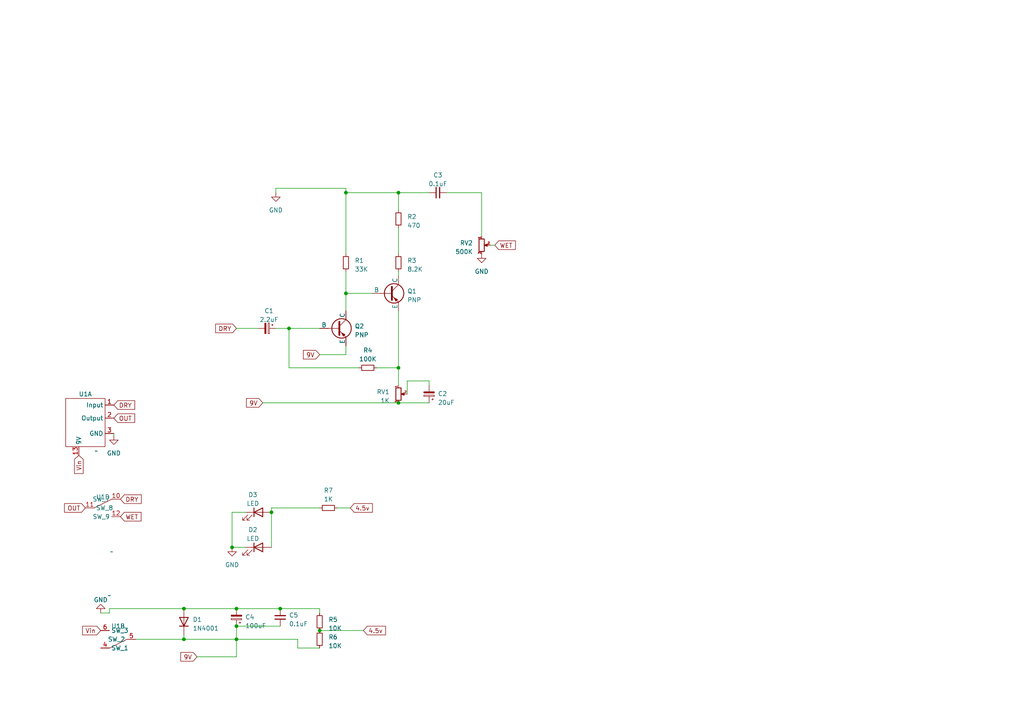
<source format=kicad_sch>
(kicad_sch (version 20230121) (generator eeschema)

  (uuid 0538512a-3723-4dbd-84ca-bace65fa6b0f)

  (paper "A4")

  (lib_symbols
    (symbol "CustomPedalParts:EmptyPedal" (in_bom yes) (on_board yes)
      (property "Reference" "U" (at -10.16 7.62 0)
        (effects (font (size 1.27 1.27)))
      )
      (property "Value" "" (at -2.54 -10.16 0)
        (effects (font (size 1.27 1.27)))
      )
      (property "Footprint" "" (at -2.54 -10.16 0)
        (effects (font (size 1.27 1.27)) hide)
      )
      (property "Datasheet" "" (at -2.54 -10.16 0)
        (effects (font (size 1.27 1.27)) hide)
      )
      (property "ki_locked" "" (at 0 0 0)
        (effects (font (size 1.27 1.27)))
      )
      (symbol "EmptyPedal_1_1"
        (rectangle (start -11.43 5.08) (end 0 -8.89)
          (stroke (width 0) (type default))
          (fill (type none))
        )
        (pin input line (at 2.54 3.175 180) (length 2.54)
          (name "Input" (effects (font (size 1.27 1.27))))
          (number "1" (effects (font (size 1.27 1.27))))
        )
        (pin passive line (at -7.62 -11.43 90) (length 2.54)
          (name "9V" (effects (font (size 1.27 1.27))))
          (number "13" (effects (font (size 1.27 1.27))))
        )
        (pin output line (at 2.54 -0.635 180) (length 2.54)
          (name "Output" (effects (font (size 1.27 1.27))))
          (number "2" (effects (font (size 1.27 1.27))))
        )
        (pin passive line (at 2.54 -5.08 180) (length 2.54)
          (name "GND" (effects (font (size 1.27 1.27))))
          (number "3" (effects (font (size 1.27 1.27))))
        )
      )
      (symbol "EmptyPedal_2_1"
        (polyline
          (pts
            (xy -7.62 2.54)
            (xy -2.54 5.08)
          )
          (stroke (width 0) (type default))
          (fill (type none))
        )
        (pin passive line (at 0 5.08 180) (length 2.54)
          (name "SW_1" (effects (font (size 1.27 1.27))))
          (number "4" (effects (font (size 1.27 1.27))))
        )
        (pin passive line (at -10.16 2.54 0) (length 2.54)
          (name "SW_2" (effects (font (size 1.27 1.27))))
          (number "5" (effects (font (size 1.27 1.27))))
        )
        (pin passive line (at 0 0 180) (length 2.54)
          (name "SW_3" (effects (font (size 1.27 1.27))))
          (number "6" (effects (font (size 1.27 1.27))))
        )
      )
      (symbol "EmptyPedal_3_1"
        (polyline
          (pts
            (xy -7.62 2.54)
            (xy -2.54 5.08)
          )
          (stroke (width 0) (type default))
          (fill (type none))
        )
        (pin passive line (at 0 5.08 180) (length 2.54)
          (name "SW_4" (effects (font (size 1.27 1.27))))
          (number "7" (effects (font (size 1.27 1.27))))
        )
        (pin passive line (at -10.16 2.54 0) (length 2.54)
          (name "SW_5" (effects (font (size 1.27 1.27))))
          (number "8" (effects (font (size 1.27 1.27))))
        )
        (pin passive line (at 0 0 180) (length 2.54)
          (name "SW_6" (effects (font (size 1.27 1.27))))
          (number "9" (effects (font (size 1.27 1.27))))
        )
      )
      (symbol "EmptyPedal_4_1"
        (polyline
          (pts
            (xy -7.62 2.54)
            (xy -2.54 5.08)
          )
          (stroke (width 0) (type default))
          (fill (type none))
        )
        (pin passive line (at 0 5.08 180) (length 2.54)
          (name "SW_7" (effects (font (size 1.27 1.27))))
          (number "10" (effects (font (size 1.27 1.27))))
        )
        (pin passive line (at -10.16 2.54 0) (length 2.54)
          (name "SW_8" (effects (font (size 1.27 1.27))))
          (number "11" (effects (font (size 1.27 1.27))))
        )
        (pin passive line (at 0 0 180) (length 2.54)
          (name "SW_9" (effects (font (size 1.27 1.27))))
          (number "12" (effects (font (size 1.27 1.27))))
        )
      )
    )
    (symbol "Device:C_Polarized_Small" (pin_numbers hide) (pin_names (offset 0.254) hide) (in_bom yes) (on_board yes)
      (property "Reference" "C" (at 0.254 1.778 0)
        (effects (font (size 1.27 1.27)) (justify left))
      )
      (property "Value" "C_Polarized_Small" (at 0.254 -2.032 0)
        (effects (font (size 1.27 1.27)) (justify left))
      )
      (property "Footprint" "" (at 0 0 0)
        (effects (font (size 1.27 1.27)) hide)
      )
      (property "Datasheet" "~" (at 0 0 0)
        (effects (font (size 1.27 1.27)) hide)
      )
      (property "ki_keywords" "cap capacitor" (at 0 0 0)
        (effects (font (size 1.27 1.27)) hide)
      )
      (property "ki_description" "Polarized capacitor, small symbol" (at 0 0 0)
        (effects (font (size 1.27 1.27)) hide)
      )
      (property "ki_fp_filters" "CP_*" (at 0 0 0)
        (effects (font (size 1.27 1.27)) hide)
      )
      (symbol "C_Polarized_Small_0_1"
        (rectangle (start -1.524 -0.3048) (end 1.524 -0.6858)
          (stroke (width 0) (type default))
          (fill (type outline))
        )
        (rectangle (start -1.524 0.6858) (end 1.524 0.3048)
          (stroke (width 0) (type default))
          (fill (type none))
        )
        (polyline
          (pts
            (xy -1.27 1.524)
            (xy -0.762 1.524)
          )
          (stroke (width 0) (type default))
          (fill (type none))
        )
        (polyline
          (pts
            (xy -1.016 1.27)
            (xy -1.016 1.778)
          )
          (stroke (width 0) (type default))
          (fill (type none))
        )
      )
      (symbol "C_Polarized_Small_1_1"
        (pin passive line (at 0 2.54 270) (length 1.8542)
          (name "~" (effects (font (size 1.27 1.27))))
          (number "1" (effects (font (size 1.27 1.27))))
        )
        (pin passive line (at 0 -2.54 90) (length 1.8542)
          (name "~" (effects (font (size 1.27 1.27))))
          (number "2" (effects (font (size 1.27 1.27))))
        )
      )
    )
    (symbol "Device:C_Small" (pin_numbers hide) (pin_names (offset 0.254) hide) (in_bom yes) (on_board yes)
      (property "Reference" "C" (at 0.254 1.778 0)
        (effects (font (size 1.27 1.27)) (justify left))
      )
      (property "Value" "C_Small" (at 0.254 -2.032 0)
        (effects (font (size 1.27 1.27)) (justify left))
      )
      (property "Footprint" "" (at 0 0 0)
        (effects (font (size 1.27 1.27)) hide)
      )
      (property "Datasheet" "~" (at 0 0 0)
        (effects (font (size 1.27 1.27)) hide)
      )
      (property "ki_keywords" "capacitor cap" (at 0 0 0)
        (effects (font (size 1.27 1.27)) hide)
      )
      (property "ki_description" "Unpolarized capacitor, small symbol" (at 0 0 0)
        (effects (font (size 1.27 1.27)) hide)
      )
      (property "ki_fp_filters" "C_*" (at 0 0 0)
        (effects (font (size 1.27 1.27)) hide)
      )
      (symbol "C_Small_0_1"
        (polyline
          (pts
            (xy -1.524 -0.508)
            (xy 1.524 -0.508)
          )
          (stroke (width 0.3302) (type default))
          (fill (type none))
        )
        (polyline
          (pts
            (xy -1.524 0.508)
            (xy 1.524 0.508)
          )
          (stroke (width 0.3048) (type default))
          (fill (type none))
        )
      )
      (symbol "C_Small_1_1"
        (pin passive line (at 0 2.54 270) (length 2.032)
          (name "~" (effects (font (size 1.27 1.27))))
          (number "1" (effects (font (size 1.27 1.27))))
        )
        (pin passive line (at 0 -2.54 90) (length 2.032)
          (name "~" (effects (font (size 1.27 1.27))))
          (number "2" (effects (font (size 1.27 1.27))))
        )
      )
    )
    (symbol "Device:LED" (pin_numbers hide) (pin_names (offset 1.016) hide) (in_bom yes) (on_board yes)
      (property "Reference" "D" (at 0 2.54 0)
        (effects (font (size 1.27 1.27)))
      )
      (property "Value" "LED" (at 0 -2.54 0)
        (effects (font (size 1.27 1.27)))
      )
      (property "Footprint" "" (at 0 0 0)
        (effects (font (size 1.27 1.27)) hide)
      )
      (property "Datasheet" "~" (at 0 0 0)
        (effects (font (size 1.27 1.27)) hide)
      )
      (property "ki_keywords" "LED diode" (at 0 0 0)
        (effects (font (size 1.27 1.27)) hide)
      )
      (property "ki_description" "Light emitting diode" (at 0 0 0)
        (effects (font (size 1.27 1.27)) hide)
      )
      (property "ki_fp_filters" "LED* LED_SMD:* LED_THT:*" (at 0 0 0)
        (effects (font (size 1.27 1.27)) hide)
      )
      (symbol "LED_0_1"
        (polyline
          (pts
            (xy -1.27 -1.27)
            (xy -1.27 1.27)
          )
          (stroke (width 0.254) (type default))
          (fill (type none))
        )
        (polyline
          (pts
            (xy -1.27 0)
            (xy 1.27 0)
          )
          (stroke (width 0) (type default))
          (fill (type none))
        )
        (polyline
          (pts
            (xy 1.27 -1.27)
            (xy 1.27 1.27)
            (xy -1.27 0)
            (xy 1.27 -1.27)
          )
          (stroke (width 0.254) (type default))
          (fill (type none))
        )
        (polyline
          (pts
            (xy -3.048 -0.762)
            (xy -4.572 -2.286)
            (xy -3.81 -2.286)
            (xy -4.572 -2.286)
            (xy -4.572 -1.524)
          )
          (stroke (width 0) (type default))
          (fill (type none))
        )
        (polyline
          (pts
            (xy -1.778 -0.762)
            (xy -3.302 -2.286)
            (xy -2.54 -2.286)
            (xy -3.302 -2.286)
            (xy -3.302 -1.524)
          )
          (stroke (width 0) (type default))
          (fill (type none))
        )
      )
      (symbol "LED_1_1"
        (pin passive line (at -3.81 0 0) (length 2.54)
          (name "K" (effects (font (size 1.27 1.27))))
          (number "1" (effects (font (size 1.27 1.27))))
        )
        (pin passive line (at 3.81 0 180) (length 2.54)
          (name "A" (effects (font (size 1.27 1.27))))
          (number "2" (effects (font (size 1.27 1.27))))
        )
      )
    )
    (symbol "Device:R_Potentiometer_Small" (pin_names (offset 1.016) hide) (in_bom yes) (on_board yes)
      (property "Reference" "RV" (at -4.445 0 90)
        (effects (font (size 1.27 1.27)))
      )
      (property "Value" "R_Potentiometer_Small" (at -2.54 0 90)
        (effects (font (size 1.27 1.27)))
      )
      (property "Footprint" "" (at 0 0 0)
        (effects (font (size 1.27 1.27)) hide)
      )
      (property "Datasheet" "~" (at 0 0 0)
        (effects (font (size 1.27 1.27)) hide)
      )
      (property "ki_keywords" "resistor variable" (at 0 0 0)
        (effects (font (size 1.27 1.27)) hide)
      )
      (property "ki_description" "Potentiometer" (at 0 0 0)
        (effects (font (size 1.27 1.27)) hide)
      )
      (property "ki_fp_filters" "Potentiometer*" (at 0 0 0)
        (effects (font (size 1.27 1.27)) hide)
      )
      (symbol "R_Potentiometer_Small_0_1"
        (polyline
          (pts
            (xy 0.889 0)
            (xy 0.635 0)
            (xy 1.651 0.381)
            (xy 1.651 -0.381)
            (xy 0.635 0)
            (xy 0.889 0)
          )
          (stroke (width 0) (type default))
          (fill (type outline))
        )
        (rectangle (start 0.762 1.8034) (end -0.762 -1.8034)
          (stroke (width 0.254) (type default))
          (fill (type none))
        )
      )
      (symbol "R_Potentiometer_Small_1_1"
        (pin passive line (at 0 2.54 270) (length 0.635)
          (name "1" (effects (font (size 0.635 0.635))))
          (number "1" (effects (font (size 0.635 0.635))))
        )
        (pin passive line (at 2.54 0 180) (length 0.9906)
          (name "2" (effects (font (size 0.635 0.635))))
          (number "2" (effects (font (size 0.635 0.635))))
        )
        (pin passive line (at 0 -2.54 90) (length 0.635)
          (name "3" (effects (font (size 0.635 0.635))))
          (number "3" (effects (font (size 0.635 0.635))))
        )
      )
    )
    (symbol "Device:R_Small" (pin_numbers hide) (pin_names (offset 0.254) hide) (in_bom yes) (on_board yes)
      (property "Reference" "R" (at 0.762 0.508 0)
        (effects (font (size 1.27 1.27)) (justify left))
      )
      (property "Value" "R_Small" (at 0.762 -1.016 0)
        (effects (font (size 1.27 1.27)) (justify left))
      )
      (property "Footprint" "" (at 0 0 0)
        (effects (font (size 1.27 1.27)) hide)
      )
      (property "Datasheet" "~" (at 0 0 0)
        (effects (font (size 1.27 1.27)) hide)
      )
      (property "ki_keywords" "R resistor" (at 0 0 0)
        (effects (font (size 1.27 1.27)) hide)
      )
      (property "ki_description" "Resistor, small symbol" (at 0 0 0)
        (effects (font (size 1.27 1.27)) hide)
      )
      (property "ki_fp_filters" "R_*" (at 0 0 0)
        (effects (font (size 1.27 1.27)) hide)
      )
      (symbol "R_Small_0_1"
        (rectangle (start -0.762 1.778) (end 0.762 -1.778)
          (stroke (width 0.2032) (type default))
          (fill (type none))
        )
      )
      (symbol "R_Small_1_1"
        (pin passive line (at 0 2.54 270) (length 0.762)
          (name "~" (effects (font (size 1.27 1.27))))
          (number "1" (effects (font (size 1.27 1.27))))
        )
        (pin passive line (at 0 -2.54 90) (length 0.762)
          (name "~" (effects (font (size 1.27 1.27))))
          (number "2" (effects (font (size 1.27 1.27))))
        )
      )
    )
    (symbol "Diode:1N4001" (pin_numbers hide) (pin_names hide) (in_bom yes) (on_board yes)
      (property "Reference" "D" (at 0 2.54 0)
        (effects (font (size 1.27 1.27)))
      )
      (property "Value" "1N4001" (at 0 -2.54 0)
        (effects (font (size 1.27 1.27)))
      )
      (property "Footprint" "Diode_THT:D_DO-41_SOD81_P10.16mm_Horizontal" (at 0 0 0)
        (effects (font (size 1.27 1.27)) hide)
      )
      (property "Datasheet" "http://www.vishay.com/docs/88503/1n4001.pdf" (at 0 0 0)
        (effects (font (size 1.27 1.27)) hide)
      )
      (property "Sim.Device" "D" (at 0 0 0)
        (effects (font (size 1.27 1.27)) hide)
      )
      (property "Sim.Pins" "1=K 2=A" (at 0 0 0)
        (effects (font (size 1.27 1.27)) hide)
      )
      (property "ki_keywords" "diode" (at 0 0 0)
        (effects (font (size 1.27 1.27)) hide)
      )
      (property "ki_description" "50V 1A General Purpose Rectifier Diode, DO-41" (at 0 0 0)
        (effects (font (size 1.27 1.27)) hide)
      )
      (property "ki_fp_filters" "D*DO?41*" (at 0 0 0)
        (effects (font (size 1.27 1.27)) hide)
      )
      (symbol "1N4001_0_1"
        (polyline
          (pts
            (xy -1.27 1.27)
            (xy -1.27 -1.27)
          )
          (stroke (width 0.254) (type default))
          (fill (type none))
        )
        (polyline
          (pts
            (xy 1.27 0)
            (xy -1.27 0)
          )
          (stroke (width 0) (type default))
          (fill (type none))
        )
        (polyline
          (pts
            (xy 1.27 1.27)
            (xy 1.27 -1.27)
            (xy -1.27 0)
            (xy 1.27 1.27)
          )
          (stroke (width 0.254) (type default))
          (fill (type none))
        )
      )
      (symbol "1N4001_1_1"
        (pin passive line (at -3.81 0 0) (length 2.54)
          (name "K" (effects (font (size 1.27 1.27))))
          (number "1" (effects (font (size 1.27 1.27))))
        )
        (pin passive line (at 3.81 0 180) (length 2.54)
          (name "A" (effects (font (size 1.27 1.27))))
          (number "2" (effects (font (size 1.27 1.27))))
        )
      )
    )
    (symbol "Simulation_SPICE:PNP" (pin_numbers hide) (pin_names (offset 0)) (in_bom yes) (on_board yes)
      (property "Reference" "Q" (at -2.54 7.62 0)
        (effects (font (size 1.27 1.27)))
      )
      (property "Value" "PNP" (at -2.54 5.08 0)
        (effects (font (size 1.27 1.27)))
      )
      (property "Footprint" "" (at 35.56 0 0)
        (effects (font (size 1.27 1.27)) hide)
      )
      (property "Datasheet" "~" (at 35.56 0 0)
        (effects (font (size 1.27 1.27)) hide)
      )
      (property "Sim.Device" "PNP" (at 0 0 0)
        (effects (font (size 1.27 1.27)) hide)
      )
      (property "Sim.Type" "GUMMELPOON" (at 0 0 0)
        (effects (font (size 1.27 1.27)) hide)
      )
      (property "Sim.Pins" "1=C 2=B 3=E" (at 0 0 0)
        (effects (font (size 1.27 1.27)) hide)
      )
      (property "ki_keywords" "simulation" (at 0 0 0)
        (effects (font (size 1.27 1.27)) hide)
      )
      (property "ki_description" "Bipolar transistor symbol for simulation only, substrate tied to the emitter" (at 0 0 0)
        (effects (font (size 1.27 1.27)) hide)
      )
      (symbol "PNP_0_1"
        (polyline
          (pts
            (xy -2.54 0)
            (xy 0.635 0)
          )
          (stroke (width 0.1524) (type default))
          (fill (type none))
        )
        (polyline
          (pts
            (xy 0.635 0.635)
            (xy 2.54 2.54)
          )
          (stroke (width 0) (type default))
          (fill (type none))
        )
        (polyline
          (pts
            (xy 0.635 -0.635)
            (xy 2.54 -2.54)
            (xy 2.54 -2.54)
          )
          (stroke (width 0) (type default))
          (fill (type none))
        )
        (polyline
          (pts
            (xy 0.635 1.905)
            (xy 0.635 -1.905)
            (xy 0.635 -1.905)
          )
          (stroke (width 0.508) (type default))
          (fill (type none))
        )
        (polyline
          (pts
            (xy 2.286 -1.778)
            (xy 1.778 -2.286)
            (xy 1.27 -1.27)
            (xy 2.286 -1.778)
            (xy 2.286 -1.778)
          )
          (stroke (width 0) (type default))
          (fill (type outline))
        )
        (circle (center 1.27 0) (radius 2.8194)
          (stroke (width 0.254) (type default))
          (fill (type none))
        )
      )
      (symbol "PNP_1_1"
        (pin open_collector line (at 2.54 5.08 270) (length 2.54)
          (name "C" (effects (font (size 1.27 1.27))))
          (number "1" (effects (font (size 1.27 1.27))))
        )
        (pin input line (at -5.08 0 0) (length 2.54)
          (name "B" (effects (font (size 1.27 1.27))))
          (number "2" (effects (font (size 1.27 1.27))))
        )
        (pin open_emitter line (at 2.54 -5.08 90) (length 2.54)
          (name "E" (effects (font (size 1.27 1.27))))
          (number "3" (effects (font (size 1.27 1.27))))
        )
      )
    )
    (symbol "power:GND" (power) (pin_names (offset 0)) (in_bom yes) (on_board yes)
      (property "Reference" "#PWR" (at 0 -6.35 0)
        (effects (font (size 1.27 1.27)) hide)
      )
      (property "Value" "GND" (at 0 -3.81 0)
        (effects (font (size 1.27 1.27)))
      )
      (property "Footprint" "" (at 0 0 0)
        (effects (font (size 1.27 1.27)) hide)
      )
      (property "Datasheet" "" (at 0 0 0)
        (effects (font (size 1.27 1.27)) hide)
      )
      (property "ki_keywords" "global power" (at 0 0 0)
        (effects (font (size 1.27 1.27)) hide)
      )
      (property "ki_description" "Power symbol creates a global label with name \"GND\" , ground" (at 0 0 0)
        (effects (font (size 1.27 1.27)) hide)
      )
      (symbol "GND_0_1"
        (polyline
          (pts
            (xy 0 0)
            (xy 0 -1.27)
            (xy 1.27 -1.27)
            (xy 0 -2.54)
            (xy -1.27 -1.27)
            (xy 0 -1.27)
          )
          (stroke (width 0) (type default))
          (fill (type none))
        )
      )
      (symbol "GND_1_1"
        (pin power_in line (at 0 0 270) (length 0) hide
          (name "GND" (effects (font (size 1.27 1.27))))
          (number "1" (effects (font (size 1.27 1.27))))
        )
      )
    )
  )

  (junction (at 100.33 85.09) (diameter 0) (color 0 0 0 0)
    (uuid 03f08049-968c-45e6-9216-c73fafee33fc)
  )
  (junction (at 53.34 185.42) (diameter 0) (color 0 0 0 0)
    (uuid 05af487e-2b0f-4f24-8026-6875082eb005)
  )
  (junction (at 100.33 55.88) (diameter 0) (color 0 0 0 0)
    (uuid 217dd41d-7f97-406a-9312-93fe563de50f)
  )
  (junction (at 83.82 95.25) (diameter 0) (color 0 0 0 0)
    (uuid 28b700da-b85b-4fdc-97a3-ee2ddb7084af)
  )
  (junction (at 68.58 185.42) (diameter 0) (color 0 0 0 0)
    (uuid 2a83bae7-c918-4013-839e-fdb30eb79c73)
  )
  (junction (at 53.34 176.53) (diameter 0) (color 0 0 0 0)
    (uuid 39a32ade-5420-47b6-b1f2-076371140caa)
  )
  (junction (at 68.58 181.61) (diameter 0) (color 0 0 0 0)
    (uuid 3c2d1083-e11a-4832-ab2b-8d9b3511eae1)
  )
  (junction (at 78.74 148.59) (diameter 0) (color 0 0 0 0)
    (uuid 4f68249a-c72e-494b-9c09-b2fba9521985)
  )
  (junction (at 92.71 182.88) (diameter 0) (color 0 0 0 0)
    (uuid 59633dba-f501-4eea-8deb-682f8ff56725)
  )
  (junction (at 81.28 176.53) (diameter 0) (color 0 0 0 0)
    (uuid 74429f18-fb44-493a-8ddb-bd53074a5da4)
  )
  (junction (at 68.58 176.53) (diameter 0) (color 0 0 0 0)
    (uuid 83116b6f-3eba-43e6-b7d1-0f31cfc86c2a)
  )
  (junction (at 115.57 106.68) (diameter 0) (color 0 0 0 0)
    (uuid 8c71c3e4-10f1-464b-94fd-6be5c2723b1f)
  )
  (junction (at 67.31 158.75) (diameter 0) (color 0 0 0 0)
    (uuid 911dc21b-b193-4c70-ad3e-9ae11ea19315)
  )
  (junction (at 115.57 116.84) (diameter 0) (color 0 0 0 0)
    (uuid b114a008-9866-40b3-8c83-fc1b4286d9de)
  )
  (junction (at 115.57 55.88) (diameter 0) (color 0 0 0 0)
    (uuid bdf07d5b-25ab-461f-99aa-f2fabe3ef30a)
  )

  (wire (pts (xy 115.57 106.68) (xy 109.22 106.68))
    (stroke (width 0) (type default))
    (uuid 00dfd765-bcaa-4d04-9b14-96242746d622)
  )
  (wire (pts (xy 92.71 182.88) (xy 105.41 182.88))
    (stroke (width 0) (type default))
    (uuid 0397608f-a47b-4833-9acf-156940459fd7)
  )
  (wire (pts (xy 115.57 111.76) (xy 115.57 106.68))
    (stroke (width 0) (type default))
    (uuid 0665c91e-3a21-470a-a894-5cf27cedf2ca)
  )
  (wire (pts (xy 78.74 147.32) (xy 78.74 148.59))
    (stroke (width 0) (type default))
    (uuid 0a5d3866-99a3-40d3-b890-0361b2d25dfa)
  )
  (wire (pts (xy 74.93 95.25) (xy 68.58 95.25))
    (stroke (width 0) (type default))
    (uuid 0fa0b0dd-bd36-4a8e-8c6d-16430fa3f0d7)
  )
  (wire (pts (xy 53.34 184.15) (xy 53.34 185.42))
    (stroke (width 0) (type default))
    (uuid 100de81b-862e-4a5f-bcef-db6dbb00ef8e)
  )
  (wire (pts (xy 86.36 185.42) (xy 86.36 187.96))
    (stroke (width 0) (type default))
    (uuid 11a056d7-54b9-446a-b744-22118a56c404)
  )
  (wire (pts (xy 68.58 181.61) (xy 68.58 185.42))
    (stroke (width 0) (type default))
    (uuid 1647b1b9-64ef-49a8-a284-e9e763eb0509)
  )
  (wire (pts (xy 67.31 158.75) (xy 71.12 158.75))
    (stroke (width 0) (type default))
    (uuid 1df2edc1-55c7-4ae9-9486-fc649c80f881)
  )
  (wire (pts (xy 68.58 181.61) (xy 81.28 181.61))
    (stroke (width 0) (type default))
    (uuid 1e716bfd-84fe-4c20-bda9-ab0521ab14d2)
  )
  (wire (pts (xy 115.57 55.88) (xy 100.33 55.88))
    (stroke (width 0) (type default))
    (uuid 2985aa35-d092-4705-9c70-3c7eaadbb1d1)
  )
  (wire (pts (xy 68.58 176.53) (xy 81.28 176.53))
    (stroke (width 0) (type default))
    (uuid 2b75afd0-0ade-444f-9c1e-0b0aa4285840)
  )
  (wire (pts (xy 31.75 176.53) (xy 31.75 177.8))
    (stroke (width 0) (type default))
    (uuid 338716b9-ccfc-49e6-928f-70076ad1c3e1)
  )
  (wire (pts (xy 115.57 66.04) (xy 115.57 73.66))
    (stroke (width 0) (type default))
    (uuid 3843a664-c5b2-4dac-980d-dffc951b55f3)
  )
  (wire (pts (xy 53.34 176.53) (xy 31.75 176.53))
    (stroke (width 0) (type default))
    (uuid 39254606-c9ba-40fe-85b3-2665bf01845d)
  )
  (wire (pts (xy 83.82 95.25) (xy 92.71 95.25))
    (stroke (width 0) (type default))
    (uuid 3de041de-97c7-49da-9c81-a6218e304753)
  )
  (wire (pts (xy 142.24 71.12) (xy 143.51 71.12))
    (stroke (width 0) (type default))
    (uuid 4216a791-690b-45f3-8c33-fae3726ef2fa)
  )
  (wire (pts (xy 118.11 110.49) (xy 124.46 110.49))
    (stroke (width 0) (type default))
    (uuid 4517c0f2-d122-4d64-b2b6-605176405fe5)
  )
  (wire (pts (xy 80.01 54.61) (xy 100.33 54.61))
    (stroke (width 0) (type default))
    (uuid 45639860-4495-45b4-be76-59b0889dbaed)
  )
  (wire (pts (xy 78.74 148.59) (xy 78.74 158.75))
    (stroke (width 0) (type default))
    (uuid 48a25bcf-3ffe-45c6-922d-8cd6135a8cd8)
  )
  (wire (pts (xy 71.12 148.59) (xy 67.31 148.59))
    (stroke (width 0) (type default))
    (uuid 4d7490aa-c4e1-40eb-a3fa-12bb112b75a2)
  )
  (wire (pts (xy 67.31 148.59) (xy 67.31 158.75))
    (stroke (width 0) (type default))
    (uuid 56b1dc3f-b14a-453c-9939-0528dbea531a)
  )
  (wire (pts (xy 92.71 102.87) (xy 100.33 102.87))
    (stroke (width 0) (type default))
    (uuid 585776e8-0f76-499b-ab99-2bda31a6a625)
  )
  (wire (pts (xy 124.46 110.49) (xy 124.46 111.76))
    (stroke (width 0) (type default))
    (uuid 5c8c7ad2-3c5e-418b-beba-9ea82999a057)
  )
  (wire (pts (xy 100.33 78.74) (xy 100.33 85.09))
    (stroke (width 0) (type default))
    (uuid 6ccaf76d-76c6-4a32-904a-19ec491596a7)
  )
  (wire (pts (xy 115.57 78.74) (xy 115.57 80.01))
    (stroke (width 0) (type default))
    (uuid 6f40a4ce-6599-4699-a12b-235c4d098c71)
  )
  (wire (pts (xy 83.82 106.68) (xy 83.82 95.25))
    (stroke (width 0) (type default))
    (uuid 72f284c1-cde7-4524-9163-120e8e053f6e)
  )
  (wire (pts (xy 100.33 102.87) (xy 100.33 100.33))
    (stroke (width 0) (type default))
    (uuid 758e3669-0113-46d4-a51e-bf5d90f1e3df)
  )
  (wire (pts (xy 129.54 55.88) (xy 139.7 55.88))
    (stroke (width 0) (type default))
    (uuid 75d6b935-727c-4a41-aa47-da51570becea)
  )
  (wire (pts (xy 86.36 187.96) (xy 92.71 187.96))
    (stroke (width 0) (type default))
    (uuid 772b0572-c5d4-4e4f-b39e-5e0d7a320f21)
  )
  (wire (pts (xy 53.34 176.53) (xy 68.58 176.53))
    (stroke (width 0) (type default))
    (uuid 7dfc17a6-ce57-4104-a8e5-43f270603613)
  )
  (wire (pts (xy 76.2 116.84) (xy 115.57 116.84))
    (stroke (width 0) (type default))
    (uuid 8bd0d335-1ba4-4140-87a7-51c155b47e47)
  )
  (wire (pts (xy 115.57 55.88) (xy 124.46 55.88))
    (stroke (width 0) (type default))
    (uuid 8d582314-7f3e-4fc4-92c0-c0ce369c5dca)
  )
  (wire (pts (xy 92.71 147.32) (xy 78.74 147.32))
    (stroke (width 0) (type default))
    (uuid 93a748fc-d259-4136-b050-9126139f4374)
  )
  (wire (pts (xy 100.33 55.88) (xy 100.33 73.66))
    (stroke (width 0) (type default))
    (uuid 97c71303-6389-4924-984d-3e639f0239c7)
  )
  (wire (pts (xy 115.57 116.84) (xy 124.46 116.84))
    (stroke (width 0) (type default))
    (uuid 9a1501d8-ae07-443a-a100-e4449cacae2f)
  )
  (wire (pts (xy 100.33 85.09) (xy 100.33 90.17))
    (stroke (width 0) (type default))
    (uuid 9ecbe68d-1f63-468f-a921-4ada7d68bb0d)
  )
  (wire (pts (xy 31.75 177.8) (xy 29.21 177.8))
    (stroke (width 0) (type default))
    (uuid a1baab83-05a6-4e12-b7f7-cbf91af550b8)
  )
  (wire (pts (xy 104.14 106.68) (xy 83.82 106.68))
    (stroke (width 0) (type default))
    (uuid a73638e0-077e-47ed-b0fe-461c0edf777b)
  )
  (wire (pts (xy 68.58 185.42) (xy 86.36 185.42))
    (stroke (width 0) (type default))
    (uuid ab45d176-b14b-4065-b8f7-2b82d6a8aa05)
  )
  (wire (pts (xy 107.95 85.09) (xy 100.33 85.09))
    (stroke (width 0) (type default))
    (uuid b99ed49d-9617-4b30-9e8c-026190eade1d)
  )
  (wire (pts (xy 115.57 60.96) (xy 115.57 55.88))
    (stroke (width 0) (type default))
    (uuid c12c1117-8012-4c92-a4b2-5850640fefbc)
  )
  (wire (pts (xy 33.02 125.73) (xy 33.02 126.365))
    (stroke (width 0) (type default))
    (uuid c301882c-3565-4e7b-aee1-8ecde945d270)
  )
  (wire (pts (xy 80.01 54.61) (xy 80.01 55.88))
    (stroke (width 0) (type default))
    (uuid c301c8d4-2a17-4c05-89a0-2b4f1e197a93)
  )
  (wire (pts (xy 92.71 177.8) (xy 92.71 176.53))
    (stroke (width 0) (type default))
    (uuid c8a53484-a898-4bce-9f27-dcce03d5ba6c)
  )
  (wire (pts (xy 115.57 90.17) (xy 115.57 106.68))
    (stroke (width 0) (type default))
    (uuid cb74b96c-ab9e-4178-9fab-386bc502f16b)
  )
  (wire (pts (xy 68.58 185.42) (xy 53.34 185.42))
    (stroke (width 0) (type default))
    (uuid d081762e-b284-4106-93ca-d6562af78c88)
  )
  (wire (pts (xy 57.15 190.5) (xy 68.58 190.5))
    (stroke (width 0) (type default))
    (uuid d3eb65be-30ec-44cb-8d4a-d581c5635622)
  )
  (wire (pts (xy 39.37 185.42) (xy 53.34 185.42))
    (stroke (width 0) (type default))
    (uuid d58d19c7-5c3d-4e35-a766-dc7f200547ee)
  )
  (wire (pts (xy 80.01 95.25) (xy 83.82 95.25))
    (stroke (width 0) (type default))
    (uuid dc43eca7-7132-4e53-bacd-ba96e9b7b912)
  )
  (wire (pts (xy 139.7 55.88) (xy 139.7 68.58))
    (stroke (width 0) (type default))
    (uuid dd665f86-b3f0-4d88-8ed3-635d00a91f4e)
  )
  (wire (pts (xy 118.11 114.3) (xy 118.11 110.49))
    (stroke (width 0) (type default))
    (uuid e5968553-462a-4868-b012-5fe880fba69e)
  )
  (wire (pts (xy 92.71 176.53) (xy 81.28 176.53))
    (stroke (width 0) (type default))
    (uuid ea63790e-3bbb-475a-a476-d4b3355158cc)
  )
  (wire (pts (xy 100.33 54.61) (xy 100.33 55.88))
    (stroke (width 0) (type default))
    (uuid f45c8946-83a8-48af-8ccf-ff11ac3d0d3b)
  )
  (wire (pts (xy 68.58 190.5) (xy 68.58 185.42))
    (stroke (width 0) (type default))
    (uuid f670a921-1de5-413e-8014-1416ae6d5a6b)
  )
  (wire (pts (xy 97.79 147.32) (xy 101.6 147.32))
    (stroke (width 0) (type default))
    (uuid f9d0dcc6-1639-409a-ae15-5570d1bafd99)
  )

  (global_label "9V" (shape input) (at 76.2 116.84 180) (fields_autoplaced)
    (effects (font (size 1.27 1.27)) (justify right))
    (uuid 0370d686-4865-482d-bffb-04f110e4761c)
    (property "Intersheetrefs" "${INTERSHEET_REFS}" (at 70.9961 116.84 0)
      (effects (font (size 1.27 1.27)) (justify right) hide)
    )
  )
  (global_label "DRY" (shape input) (at 33.02 117.475 0) (fields_autoplaced)
    (effects (font (size 1.27 1.27)) (justify left))
    (uuid 0ca2c64f-df88-49e2-99a6-b548c6fd02c6)
    (property "Intersheetrefs" "${INTERSHEET_REFS}" (at 39.5544 117.475 0)
      (effects (font (size 1.27 1.27)) (justify left) hide)
    )
  )
  (global_label "Vin" (shape input) (at 22.86 132.08 270) (fields_autoplaced)
    (effects (font (size 1.27 1.27)) (justify right))
    (uuid 0e0d43b9-fbbc-47a0-8d03-f647d591e373)
    (property "Intersheetrefs" "${INTERSHEET_REFS}" (at 22.86 137.8282 90)
      (effects (font (size 1.27 1.27)) (justify right) hide)
    )
  )
  (global_label "Vin" (shape input) (at 29.21 182.88 180) (fields_autoplaced)
    (effects (font (size 1.27 1.27)) (justify right))
    (uuid 120cb573-3235-422c-9420-11bf7641a7d0)
    (property "Intersheetrefs" "${INTERSHEET_REFS}" (at 23.4618 182.88 0)
      (effects (font (size 1.27 1.27)) (justify right) hide)
    )
  )
  (global_label "9V" (shape input) (at 57.15 190.5 180) (fields_autoplaced)
    (effects (font (size 1.27 1.27)) (justify right))
    (uuid 312f1c66-5164-42e5-a2db-e8fc0f37948f)
    (property "Intersheetrefs" "${INTERSHEET_REFS}" (at 51.9461 190.5 0)
      (effects (font (size 1.27 1.27)) (justify right) hide)
    )
  )
  (global_label "WET" (shape input) (at 34.925 149.86 0) (fields_autoplaced)
    (effects (font (size 1.27 1.27)) (justify left))
    (uuid 34c5deeb-9f6b-45bc-a0be-5696ac0be844)
    (property "Intersheetrefs" "${INTERSHEET_REFS}" (at 41.3988 149.86 0)
      (effects (font (size 1.27 1.27)) (justify left) hide)
    )
  )
  (global_label "OUT" (shape input) (at 24.765 147.32 180) (fields_autoplaced)
    (effects (font (size 1.27 1.27)) (justify right))
    (uuid 4b12fe5e-2644-4f2e-8ee2-e09ea6342844)
    (property "Intersheetrefs" "${INTERSHEET_REFS}" (at 18.2306 147.32 0)
      (effects (font (size 1.27 1.27)) (justify right) hide)
    )
  )
  (global_label "DRY" (shape input) (at 34.925 144.78 0) (fields_autoplaced)
    (effects (font (size 1.27 1.27)) (justify left))
    (uuid 4c2a0584-4f0f-46c3-8f2c-18837f02b415)
    (property "Intersheetrefs" "${INTERSHEET_REFS}" (at 41.4594 144.78 0)
      (effects (font (size 1.27 1.27)) (justify left) hide)
    )
  )
  (global_label "4.5v" (shape input) (at 105.41 182.88 0) (fields_autoplaced)
    (effects (font (size 1.27 1.27)) (justify left))
    (uuid 4e637aee-f2ae-435f-a86f-8b850216915c)
    (property "Intersheetrefs" "${INTERSHEET_REFS}" (at 112.3072 182.88 0)
      (effects (font (size 1.27 1.27)) (justify left) hide)
    )
  )
  (global_label "OUT" (shape input) (at 33.02 121.285 0) (fields_autoplaced)
    (effects (font (size 1.27 1.27)) (justify left))
    (uuid 56ae5b83-f396-493c-a1d7-d6c206f7af0a)
    (property "Intersheetrefs" "${INTERSHEET_REFS}" (at 39.5544 121.285 0)
      (effects (font (size 1.27 1.27)) (justify left) hide)
    )
  )
  (global_label "DRY" (shape input) (at 68.58 95.25 180) (fields_autoplaced)
    (effects (font (size 1.27 1.27)) (justify right))
    (uuid 6d9307dd-cbbd-468e-bc36-8d3f23a73a23)
    (property "Intersheetrefs" "${INTERSHEET_REFS}" (at 62.0456 95.25 0)
      (effects (font (size 1.27 1.27)) (justify right) hide)
    )
  )
  (global_label "4.5v" (shape input) (at 101.6 147.32 0) (fields_autoplaced)
    (effects (font (size 1.27 1.27)) (justify left))
    (uuid 7ec25ec2-70ab-4038-9056-a8de2be41aac)
    (property "Intersheetrefs" "${INTERSHEET_REFS}" (at 108.4972 147.32 0)
      (effects (font (size 1.27 1.27)) (justify left) hide)
    )
  )
  (global_label "WET" (shape input) (at 143.51 71.12 0) (fields_autoplaced)
    (effects (font (size 1.27 1.27)) (justify left))
    (uuid bb677f7e-3c2b-4bef-a08f-a11e6e0fd085)
    (property "Intersheetrefs" "${INTERSHEET_REFS}" (at 149.9838 71.12 0)
      (effects (font (size 1.27 1.27)) (justify left) hide)
    )
  )
  (global_label "9V" (shape input) (at 92.71 102.87 180) (fields_autoplaced)
    (effects (font (size 1.27 1.27)) (justify right))
    (uuid d9ec1600-ca7b-40d6-906e-9db01d3eb85a)
    (property "Intersheetrefs" "${INTERSHEET_REFS}" (at 87.5061 102.87 0)
      (effects (font (size 1.27 1.27)) (justify right) hide)
    )
  )

  (symbol (lib_id "CustomPedalParts:EmptyPedal") (at 30.48 120.65 0) (unit 1)
    (in_bom yes) (on_board yes) (dnp no) (fields_autoplaced)
    (uuid 03ac3d65-29a7-41a5-afee-8ee357390313)
    (property "Reference" "U1" (at 24.765 114.3 0)
      (effects (font (size 1.27 1.27)))
    )
    (property "Value" "~" (at 27.94 130.81 0)
      (effects (font (size 1.27 1.27)))
    )
    (property "Footprint" "CustomPedalParts:EmptyPedal" (at 27.94 130.81 0)
      (effects (font (size 1.27 1.27)) hide)
    )
    (property "Datasheet" "" (at 27.94 130.81 0)
      (effects (font (size 1.27 1.27)) hide)
    )
    (pin "1" (uuid 60f4add1-db3e-4d81-8ae1-af7a69fd4a72))
    (pin "13" (uuid 8df3794b-6ff0-433a-aa63-c054aff82c1f))
    (pin "2" (uuid 16d310c0-e41d-43ed-ad27-3accd20f108f))
    (pin "3" (uuid 0cc8617c-a65f-4ad9-be8a-4ed16b0be722))
    (pin "4" (uuid 8a305249-d16a-48cf-9464-b93d9c2a243d))
    (pin "5" (uuid a55aa2c9-fec7-447b-aa53-e8676c658f9c))
    (pin "6" (uuid 20fb1be4-932d-472a-9fe7-206eae62a7d9))
    (pin "7" (uuid a80c651c-7f0f-492d-97ee-d56d0e29fe6d))
    (pin "8" (uuid c77da2df-7570-4af4-9d07-53ae85bc0737))
    (pin "9" (uuid 9afe844f-700e-4587-85a9-dec205228ce6))
    (pin "10" (uuid d9fffce0-e3ff-4ffe-b67b-4f57c582c251))
    (pin "11" (uuid 1135817f-0d8b-4337-b686-c6634e5a3e93))
    (pin "12" (uuid f9753bfc-f54c-4438-9763-6bcace28c593))
    (instances
      (project "MoomFace"
        (path "/0538512a-3723-4dbd-84ca-bace65fa6b0f"
          (reference "U1") (unit 1)
        )
      )
    )
  )

  (symbol (lib_id "Device:C_Small") (at 81.28 179.07 180) (unit 1)
    (in_bom yes) (on_board yes) (dnp no) (fields_autoplaced)
    (uuid 1dd206d8-33fe-4f24-9344-05bcb066e852)
    (property "Reference" "C5" (at 83.82 178.4286 0)
      (effects (font (size 1.27 1.27)) (justify right))
    )
    (property "Value" "0.1uF" (at 83.82 180.9686 0)
      (effects (font (size 1.27 1.27)) (justify right))
    )
    (property "Footprint" "Capacitor_THT:C_Disc_D4.7mm_W2.5mm_P5.00mm" (at 81.28 179.07 0)
      (effects (font (size 1.27 1.27)) hide)
    )
    (property "Datasheet" "~" (at 81.28 179.07 0)
      (effects (font (size 1.27 1.27)) hide)
    )
    (pin "1" (uuid 773db0de-df17-40e8-84a4-72c69a97f790))
    (pin "2" (uuid 975fdada-30f4-40ee-b986-ef80e6d6b6d9))
    (instances
      (project "MoomFace"
        (path "/0538512a-3723-4dbd-84ca-bace65fa6b0f"
          (reference "C5") (unit 1)
        )
      )
    )
  )

  (symbol (lib_id "Device:R_Small") (at 100.33 76.2 0) (unit 1)
    (in_bom yes) (on_board yes) (dnp no) (fields_autoplaced)
    (uuid 1ef8df79-19ce-4b63-bde3-e9cb6de0601a)
    (property "Reference" "R1" (at 102.87 75.565 0)
      (effects (font (size 1.27 1.27)) (justify left))
    )
    (property "Value" "33K" (at 102.87 78.105 0)
      (effects (font (size 1.27 1.27)) (justify left))
    )
    (property "Footprint" "Resistor_THT:R_Axial_DIN0207_L6.3mm_D2.5mm_P7.62mm_Horizontal" (at 100.33 76.2 0)
      (effects (font (size 1.27 1.27)) hide)
    )
    (property "Datasheet" "~" (at 100.33 76.2 0)
      (effects (font (size 1.27 1.27)) hide)
    )
    (pin "1" (uuid 093ea47e-c394-4ebe-8b15-3726ca0aa99a))
    (pin "2" (uuid 184138c8-4006-4671-bb9c-5aeaa467f9f4))
    (instances
      (project "MoomFace"
        (path "/0538512a-3723-4dbd-84ca-bace65fa6b0f"
          (reference "R1") (unit 1)
        )
      )
    )
  )

  (symbol (lib_id "Device:LED") (at 74.93 158.75 0) (unit 1)
    (in_bom yes) (on_board yes) (dnp no) (fields_autoplaced)
    (uuid 2168495f-7a90-4079-9ef1-884f6d283a10)
    (property "Reference" "D2" (at 73.3425 153.67 0)
      (effects (font (size 1.27 1.27)))
    )
    (property "Value" "LED" (at 73.3425 156.21 0)
      (effects (font (size 1.27 1.27)))
    )
    (property "Footprint" "Connector_PinHeader_2.54mm:PinHeader_1x02_P2.54mm_Vertical" (at 74.93 158.75 0)
      (effects (font (size 1.27 1.27)) hide)
    )
    (property "Datasheet" "~" (at 74.93 158.75 0)
      (effects (font (size 1.27 1.27)) hide)
    )
    (pin "1" (uuid df8e6cbe-2472-43bb-98ef-4960b142b6bb))
    (pin "2" (uuid 32139eab-6e88-42ca-8432-1c55585c7a51))
    (instances
      (project "MoomFace"
        (path "/0538512a-3723-4dbd-84ca-bace65fa6b0f"
          (reference "D2") (unit 1)
        )
      )
    )
  )

  (symbol (lib_id "Device:R_Small") (at 95.25 147.32 90) (unit 1)
    (in_bom yes) (on_board yes) (dnp no) (fields_autoplaced)
    (uuid 3703470d-6236-4462-988b-082b36ad3a12)
    (property "Reference" "R7" (at 95.25 142.24 90)
      (effects (font (size 1.27 1.27)))
    )
    (property "Value" "1K" (at 95.25 144.78 90)
      (effects (font (size 1.27 1.27)))
    )
    (property "Footprint" "Resistor_THT:R_Axial_DIN0207_L6.3mm_D2.5mm_P7.62mm_Horizontal" (at 95.25 147.32 0)
      (effects (font (size 1.27 1.27)) hide)
    )
    (property "Datasheet" "~" (at 95.25 147.32 0)
      (effects (font (size 1.27 1.27)) hide)
    )
    (pin "1" (uuid 94799c56-aebf-451f-9067-f5445149b22b))
    (pin "2" (uuid 0a8db7ef-edc8-4bd4-ab4d-e2506c8577fa))
    (instances
      (project "MoomFace"
        (path "/0538512a-3723-4dbd-84ca-bace65fa6b0f"
          (reference "R7") (unit 1)
        )
      )
    )
  )

  (symbol (lib_id "Simulation_SPICE:PNP") (at 113.03 85.09 0) (unit 1)
    (in_bom yes) (on_board yes) (dnp no) (fields_autoplaced)
    (uuid 4969b35d-09f1-484b-9a55-2ac4f2c7916a)
    (property "Reference" "Q1" (at 118.11 84.455 0)
      (effects (font (size 1.27 1.27)) (justify left))
    )
    (property "Value" "PNP" (at 118.11 86.995 0)
      (effects (font (size 1.27 1.27)) (justify left))
    )
    (property "Footprint" "Package_TO_SOT_THT:TO-39-3" (at 148.59 85.09 0)
      (effects (font (size 1.27 1.27)) hide)
    )
    (property "Datasheet" "~" (at 148.59 85.09 0)
      (effects (font (size 1.27 1.27)) hide)
    )
    (property "Sim.Device" "PNP" (at 113.03 85.09 0)
      (effects (font (size 1.27 1.27)) hide)
    )
    (property "Sim.Type" "GUMMELPOON" (at 113.03 85.09 0)
      (effects (font (size 1.27 1.27)) hide)
    )
    (property "Sim.Pins" "1=C 2=B 3=E" (at 113.03 85.09 0)
      (effects (font (size 1.27 1.27)) hide)
    )
    (pin "1" (uuid e5b6fbab-f4d9-4f90-9503-c588d342d8d2))
    (pin "2" (uuid eb2c920e-91dd-49ca-97c9-b8b26502f7f3))
    (pin "3" (uuid c708f18d-bbd5-4339-91fb-a45400ccc76e))
    (instances
      (project "MoomFace"
        (path "/0538512a-3723-4dbd-84ca-bace65fa6b0f"
          (reference "Q1") (unit 1)
        )
      )
    )
  )

  (symbol (lib_id "CustomPedalParts:EmptyPedal") (at 34.925 149.86 0) (unit 4)
    (in_bom yes) (on_board yes) (dnp no) (fields_autoplaced)
    (uuid 621a3d44-f180-4045-8173-8d8d31ff70fc)
    (property "Reference" "U1" (at 29.845 144.145 0)
      (effects (font (size 1.27 1.27)))
    )
    (property "Value" "~" (at 32.385 160.02 0)
      (effects (font (size 1.27 1.27)))
    )
    (property "Footprint" "CustomPedalParts:EmptyPedal" (at 32.385 160.02 0)
      (effects (font (size 1.27 1.27)) hide)
    )
    (property "Datasheet" "" (at 32.385 160.02 0)
      (effects (font (size 1.27 1.27)) hide)
    )
    (pin "1" (uuid 37517fbe-c341-4eff-8d60-04bc74d95a9e))
    (pin "13" (uuid 4223911a-ab55-40d5-9210-485965c75279))
    (pin "2" (uuid d5a16db9-5adf-4fe4-85cb-1e9af174f037))
    (pin "3" (uuid 6db26b50-18a7-4367-906c-5edfecdfcc36))
    (pin "4" (uuid e03fa0c5-b4a2-4843-b97e-0e06db9a8e3f))
    (pin "5" (uuid c29686b7-d1f4-4a52-ba73-55a38d7312da))
    (pin "6" (uuid 8bd9f824-76b1-4f6b-a883-ac6e84a26a9c))
    (pin "7" (uuid 7707a57d-4e42-4e74-9047-cf53ea70d309))
    (pin "8" (uuid ec961c1f-098d-4de7-abca-6ec89aeb06a1))
    (pin "9" (uuid fae39fb3-1070-4fc8-8b32-bd82b977b15c))
    (pin "10" (uuid b69d76d5-f11b-4c57-a8e7-5f84d466bba7))
    (pin "11" (uuid 2425c40d-cdc5-48ee-8931-b21b078065c6))
    (pin "12" (uuid 92ba9f0c-d0b4-4f4b-8e27-6a1df59f4f5a))
    (instances
      (project "MoomFace"
        (path "/0538512a-3723-4dbd-84ca-bace65fa6b0f"
          (reference "U1") (unit 4)
        )
      )
    )
  )

  (symbol (lib_id "power:GND") (at 80.01 55.88 0) (unit 1)
    (in_bom yes) (on_board yes) (dnp no) (fields_autoplaced)
    (uuid 709206dc-88a9-4079-af4d-cb429d5f089f)
    (property "Reference" "#PWR02" (at 80.01 62.23 0)
      (effects (font (size 1.27 1.27)) hide)
    )
    (property "Value" "GND" (at 80.01 60.96 0)
      (effects (font (size 1.27 1.27)))
    )
    (property "Footprint" "" (at 80.01 55.88 0)
      (effects (font (size 1.27 1.27)) hide)
    )
    (property "Datasheet" "" (at 80.01 55.88 0)
      (effects (font (size 1.27 1.27)) hide)
    )
    (pin "1" (uuid a638e9c7-4394-417c-8a85-b021ecfd6118))
    (instances
      (project "MoomFace"
        (path "/0538512a-3723-4dbd-84ca-bace65fa6b0f"
          (reference "#PWR02") (unit 1)
        )
      )
    )
  )

  (symbol (lib_id "power:GND") (at 33.02 126.365 0) (unit 1)
    (in_bom yes) (on_board yes) (dnp no) (fields_autoplaced)
    (uuid 7b2045d7-c806-4185-8416-b5f0085af140)
    (property "Reference" "#PWR01" (at 33.02 132.715 0)
      (effects (font (size 1.27 1.27)) hide)
    )
    (property "Value" "GND" (at 33.02 131.445 0)
      (effects (font (size 1.27 1.27)))
    )
    (property "Footprint" "" (at 33.02 126.365 0)
      (effects (font (size 1.27 1.27)) hide)
    )
    (property "Datasheet" "" (at 33.02 126.365 0)
      (effects (font (size 1.27 1.27)) hide)
    )
    (pin "1" (uuid 4207b908-7cad-4510-a969-6ab287b58590))
    (instances
      (project "MoomFace"
        (path "/0538512a-3723-4dbd-84ca-bace65fa6b0f"
          (reference "#PWR01") (unit 1)
        )
      )
    )
  )

  (symbol (lib_id "CustomPedalParts:EmptyPedal") (at 29.21 182.88 180) (unit 2)
    (in_bom yes) (on_board yes) (dnp no) (fields_autoplaced)
    (uuid 7c9a99ce-003c-4e2e-b9e9-ac2957108f27)
    (property "Reference" "U1" (at 34.29 181.61 0)
      (effects (font (size 1.27 1.27)))
    )
    (property "Value" "~" (at 31.75 172.72 0)
      (effects (font (size 1.27 1.27)))
    )
    (property "Footprint" "CustomPedalParts:EmptyPedal" (at 31.75 172.72 0)
      (effects (font (size 1.27 1.27)) hide)
    )
    (property "Datasheet" "" (at 31.75 172.72 0)
      (effects (font (size 1.27 1.27)) hide)
    )
    (pin "1" (uuid 68a0ae94-4d3a-4679-9f9e-4a7f5e260742))
    (pin "13" (uuid e779f503-bc43-4d79-bb4b-08266aeb64e4))
    (pin "2" (uuid 479c4efa-9ba4-4563-bc2f-c934b6f28b62))
    (pin "3" (uuid 4e022c4a-328f-4d75-a20b-80843dc9df0d))
    (pin "4" (uuid 828225c9-e657-41a5-9ff7-a4746293aaeb))
    (pin "5" (uuid f949d95e-2222-44f5-acf6-a4b50168171f))
    (pin "6" (uuid b25f1bec-fce2-4b97-9bb4-9806195182c2))
    (pin "7" (uuid 24aaf9b1-1995-4b0e-b356-e73e76079e91))
    (pin "8" (uuid 793a741c-14a5-413e-942c-fabd1dbac0b2))
    (pin "9" (uuid eeb7511d-a73c-41bc-af7f-8eceadb293f3))
    (pin "10" (uuid a7b15054-bc22-4435-90c0-ca5c2a54df2d))
    (pin "11" (uuid e7479fba-5f26-47c2-a5ee-0fa3278c3e1c))
    (pin "12" (uuid 2768cb80-5e6c-49b7-be1f-681f1b230d01))
    (instances
      (project "MoomFace"
        (path "/0538512a-3723-4dbd-84ca-bace65fa6b0f"
          (reference "U1") (unit 2)
        )
      )
    )
  )

  (symbol (lib_id "Device:C_Polarized_Small") (at 68.58 179.07 180) (unit 1)
    (in_bom yes) (on_board yes) (dnp no) (fields_autoplaced)
    (uuid 863e3cec-32a3-4a19-8d59-2a3c8b0f4fe8)
    (property "Reference" "C4" (at 71.12 178.9811 0)
      (effects (font (size 1.27 1.27)) (justify right))
    )
    (property "Value" "100uF" (at 71.12 181.5211 0)
      (effects (font (size 1.27 1.27)) (justify right))
    )
    (property "Footprint" "Capacitor_THT:CP_Radial_Tantal_D6.0mm_P2.50mm" (at 68.58 179.07 0)
      (effects (font (size 1.27 1.27)) hide)
    )
    (property "Datasheet" "~" (at 68.58 179.07 0)
      (effects (font (size 1.27 1.27)) hide)
    )
    (pin "1" (uuid ab5bcebc-3c44-4db8-ab84-629447227f85))
    (pin "2" (uuid cd820801-8af3-4166-9635-f9bbd1f7f238))
    (instances
      (project "MoomFace"
        (path "/0538512a-3723-4dbd-84ca-bace65fa6b0f"
          (reference "C4") (unit 1)
        )
      )
    )
  )

  (symbol (lib_id "Simulation_SPICE:PNP") (at 97.79 95.25 0) (unit 1)
    (in_bom yes) (on_board yes) (dnp no) (fields_autoplaced)
    (uuid 8d394e25-9781-40ba-a3bc-71d6ea147551)
    (property "Reference" "Q2" (at 102.87 94.615 0)
      (effects (font (size 1.27 1.27)) (justify left))
    )
    (property "Value" "PNP" (at 102.87 97.155 0)
      (effects (font (size 1.27 1.27)) (justify left))
    )
    (property "Footprint" "Package_TO_SOT_THT:TO-39-3" (at 133.35 95.25 0)
      (effects (font (size 1.27 1.27)) hide)
    )
    (property "Datasheet" "~" (at 133.35 95.25 0)
      (effects (font (size 1.27 1.27)) hide)
    )
    (property "Sim.Device" "PNP" (at 97.79 95.25 0)
      (effects (font (size 1.27 1.27)) hide)
    )
    (property "Sim.Type" "GUMMELPOON" (at 97.79 95.25 0)
      (effects (font (size 1.27 1.27)) hide)
    )
    (property "Sim.Pins" "1=C 2=B 3=E" (at 97.79 95.25 0)
      (effects (font (size 1.27 1.27)) hide)
    )
    (pin "1" (uuid d10f0683-bd8c-4ff5-b04d-d4863d1ff276))
    (pin "2" (uuid bd66f66e-4870-4b4d-93f3-068606d0ef51))
    (pin "3" (uuid 9906c414-ae1d-41fe-a332-861f1fb1bda0))
    (instances
      (project "MoomFace"
        (path "/0538512a-3723-4dbd-84ca-bace65fa6b0f"
          (reference "Q2") (unit 1)
        )
      )
    )
  )

  (symbol (lib_id "Device:R_Potentiometer_Small") (at 139.7 71.12 0) (unit 1)
    (in_bom yes) (on_board yes) (dnp no) (fields_autoplaced)
    (uuid 91510af9-e4d7-4b44-b56a-b73b84e1fdce)
    (property "Reference" "RV2" (at 137.16 70.485 0)
      (effects (font (size 1.27 1.27)) (justify right))
    )
    (property "Value" "500K" (at 137.16 73.025 0)
      (effects (font (size 1.27 1.27)) (justify right))
    )
    (property "Footprint" "Potentiometer_THT:Potentiometer_Alps_RK09L_Single_Vertical" (at 139.7 71.12 0)
      (effects (font (size 1.27 1.27)) hide)
    )
    (property "Datasheet" "~" (at 139.7 71.12 0)
      (effects (font (size 1.27 1.27)) hide)
    )
    (pin "1" (uuid e16048c6-e99d-469b-8a33-79a0044de0ae))
    (pin "2" (uuid 282af768-9382-48c2-acd2-8d8001b9b9ec))
    (pin "3" (uuid 59dfaae1-4803-486d-9d57-5d26043368d1))
    (instances
      (project "MoomFace"
        (path "/0538512a-3723-4dbd-84ca-bace65fa6b0f"
          (reference "RV2") (unit 1)
        )
      )
    )
  )

  (symbol (lib_id "power:GND") (at 67.31 158.75 0) (unit 1)
    (in_bom yes) (on_board yes) (dnp no) (fields_autoplaced)
    (uuid 94e70de0-69e1-4994-b630-aaadd7174444)
    (property "Reference" "#PWR04" (at 67.31 165.1 0)
      (effects (font (size 1.27 1.27)) hide)
    )
    (property "Value" "GND" (at 67.31 163.83 0)
      (effects (font (size 1.27 1.27)))
    )
    (property "Footprint" "" (at 67.31 158.75 0)
      (effects (font (size 1.27 1.27)) hide)
    )
    (property "Datasheet" "" (at 67.31 158.75 0)
      (effects (font (size 1.27 1.27)) hide)
    )
    (pin "1" (uuid 962f0ac9-174b-4ca8-a5c5-687b2057685d))
    (instances
      (project "MoomFace"
        (path "/0538512a-3723-4dbd-84ca-bace65fa6b0f"
          (reference "#PWR04") (unit 1)
        )
      )
    )
  )

  (symbol (lib_id "Device:C_Polarized_Small") (at 124.46 114.3 180) (unit 1)
    (in_bom yes) (on_board yes) (dnp no) (fields_autoplaced)
    (uuid 985c58b4-8827-4bbf-a4fc-f6e678147cf4)
    (property "Reference" "C2" (at 127 114.2111 0)
      (effects (font (size 1.27 1.27)) (justify right))
    )
    (property "Value" "20uF" (at 127 116.7511 0)
      (effects (font (size 1.27 1.27)) (justify right))
    )
    (property "Footprint" "Capacitor_THT:CP_Radial_Tantal_D6.0mm_P2.50mm" (at 124.46 114.3 0)
      (effects (font (size 1.27 1.27)) hide)
    )
    (property "Datasheet" "~" (at 124.46 114.3 0)
      (effects (font (size 1.27 1.27)) hide)
    )
    (pin "1" (uuid 92fd13ac-8cff-44f5-a151-85b9deeb8353))
    (pin "2" (uuid 619f4c89-a404-4c54-9019-5b0b2da46009))
    (instances
      (project "MoomFace"
        (path "/0538512a-3723-4dbd-84ca-bace65fa6b0f"
          (reference "C2") (unit 1)
        )
      )
    )
  )

  (symbol (lib_id "Diode:1N4001") (at 53.34 180.34 90) (unit 1)
    (in_bom yes) (on_board yes) (dnp no) (fields_autoplaced)
    (uuid 9d770a98-703f-4a05-9b70-d3a4e0bae0b6)
    (property "Reference" "D1" (at 55.88 179.705 90)
      (effects (font (size 1.27 1.27)) (justify right))
    )
    (property "Value" "1N4001" (at 55.88 182.245 90)
      (effects (font (size 1.27 1.27)) (justify right))
    )
    (property "Footprint" "Diode_THT:D_DO-41_SOD81_P10.16mm_Horizontal" (at 53.34 180.34 0)
      (effects (font (size 1.27 1.27)) hide)
    )
    (property "Datasheet" "http://www.vishay.com/docs/88503/1n4001.pdf" (at 53.34 180.34 0)
      (effects (font (size 1.27 1.27)) hide)
    )
    (property "Sim.Device" "D" (at 53.34 180.34 0)
      (effects (font (size 1.27 1.27)) hide)
    )
    (property "Sim.Pins" "1=K 2=A" (at 53.34 180.34 0)
      (effects (font (size 1.27 1.27)) hide)
    )
    (pin "1" (uuid 9ceea40d-852c-49c9-86ca-e0a7c85eeff2))
    (pin "2" (uuid ba5670e5-6ab6-4e91-961c-bfa7cca068e8))
    (instances
      (project "MoomFace"
        (path "/0538512a-3723-4dbd-84ca-bace65fa6b0f"
          (reference "D1") (unit 1)
        )
      )
    )
  )

  (symbol (lib_id "Device:R_Small") (at 115.57 63.5 0) (unit 1)
    (in_bom yes) (on_board yes) (dnp no) (fields_autoplaced)
    (uuid ae5a7173-b8fa-4d5d-8e3d-3730ec039c9e)
    (property "Reference" "R2" (at 118.11 62.865 0)
      (effects (font (size 1.27 1.27)) (justify left))
    )
    (property "Value" "470" (at 118.11 65.405 0)
      (effects (font (size 1.27 1.27)) (justify left))
    )
    (property "Footprint" "Resistor_THT:R_Axial_DIN0207_L6.3mm_D2.5mm_P7.62mm_Horizontal" (at 115.57 63.5 0)
      (effects (font (size 1.27 1.27)) hide)
    )
    (property "Datasheet" "~" (at 115.57 63.5 0)
      (effects (font (size 1.27 1.27)) hide)
    )
    (pin "1" (uuid 38bb7771-8790-4a6f-b8a9-5ec972d66bb2))
    (pin "2" (uuid 9d43229f-5c0a-4972-9e18-d018b1cfb573))
    (instances
      (project "MoomFace"
        (path "/0538512a-3723-4dbd-84ca-bace65fa6b0f"
          (reference "R2") (unit 1)
        )
      )
    )
  )

  (symbol (lib_id "Device:C_Small") (at 127 55.88 90) (unit 1)
    (in_bom yes) (on_board yes) (dnp no) (fields_autoplaced)
    (uuid b4cda9b8-8d24-4c02-acb3-ca510538f405)
    (property "Reference" "C3" (at 127.0063 50.8 90)
      (effects (font (size 1.27 1.27)))
    )
    (property "Value" "0.1uF" (at 127.0063 53.34 90)
      (effects (font (size 1.27 1.27)))
    )
    (property "Footprint" "Capacitor_THT:C_Disc_D4.7mm_W2.5mm_P5.00mm" (at 127 55.88 0)
      (effects (font (size 1.27 1.27)) hide)
    )
    (property "Datasheet" "~" (at 127 55.88 0)
      (effects (font (size 1.27 1.27)) hide)
    )
    (pin "1" (uuid 15a02356-9f1a-4b3e-bf6b-66435f3e3025))
    (pin "2" (uuid ce7898b5-4682-4b9e-87cd-50b7c16db014))
    (instances
      (project "MoomFace"
        (path "/0538512a-3723-4dbd-84ca-bace65fa6b0f"
          (reference "C3") (unit 1)
        )
      )
    )
  )

  (symbol (lib_id "Device:R_Small") (at 106.68 106.68 90) (unit 1)
    (in_bom yes) (on_board yes) (dnp no) (fields_autoplaced)
    (uuid ba7dfa9c-67d4-4139-8d35-7466e3bbbbc4)
    (property "Reference" "R4" (at 106.68 101.6 90)
      (effects (font (size 1.27 1.27)))
    )
    (property "Value" "100K" (at 106.68 104.14 90)
      (effects (font (size 1.27 1.27)))
    )
    (property "Footprint" "Resistor_THT:R_Axial_DIN0207_L6.3mm_D2.5mm_P7.62mm_Horizontal" (at 106.68 106.68 0)
      (effects (font (size 1.27 1.27)) hide)
    )
    (property "Datasheet" "~" (at 106.68 106.68 0)
      (effects (font (size 1.27 1.27)) hide)
    )
    (pin "1" (uuid 26c2a929-cd6a-4e14-8366-d0f0766e588c))
    (pin "2" (uuid 5f4852b2-48b2-4df5-ab03-31326a2047b3))
    (instances
      (project "MoomFace"
        (path "/0538512a-3723-4dbd-84ca-bace65fa6b0f"
          (reference "R4") (unit 1)
        )
      )
    )
  )

  (symbol (lib_id "power:GND") (at 139.7 73.66 0) (unit 1)
    (in_bom yes) (on_board yes) (dnp no) (fields_autoplaced)
    (uuid bc9a7875-945f-479c-8988-b66c97c91f5f)
    (property "Reference" "#PWR03" (at 139.7 80.01 0)
      (effects (font (size 1.27 1.27)) hide)
    )
    (property "Value" "GND" (at 139.7 78.74 0)
      (effects (font (size 1.27 1.27)))
    )
    (property "Footprint" "" (at 139.7 73.66 0)
      (effects (font (size 1.27 1.27)) hide)
    )
    (property "Datasheet" "" (at 139.7 73.66 0)
      (effects (font (size 1.27 1.27)) hide)
    )
    (pin "1" (uuid 6044f56c-a7ae-45d3-9560-d34e8c059465))
    (instances
      (project "MoomFace"
        (path "/0538512a-3723-4dbd-84ca-bace65fa6b0f"
          (reference "#PWR03") (unit 1)
        )
      )
    )
  )

  (symbol (lib_id "power:GND") (at 29.21 177.8 180) (unit 1)
    (in_bom yes) (on_board yes) (dnp no) (fields_autoplaced)
    (uuid c4e5f2c0-70a5-4426-9c04-310861d9a418)
    (property "Reference" "#PWR013" (at 29.21 171.45 0)
      (effects (font (size 1.27 1.27)) hide)
    )
    (property "Value" "GND" (at 29.21 173.99 0)
      (effects (font (size 1.27 1.27)))
    )
    (property "Footprint" "" (at 29.21 177.8 0)
      (effects (font (size 1.27 1.27)) hide)
    )
    (property "Datasheet" "" (at 29.21 177.8 0)
      (effects (font (size 1.27 1.27)) hide)
    )
    (pin "1" (uuid daf6ca9c-07e5-49ff-b380-6930cc6be36b))
    (instances
      (project "MoomFace"
        (path "/0538512a-3723-4dbd-84ca-bace65fa6b0f"
          (reference "#PWR013") (unit 1)
        )
      )
    )
  )

  (symbol (lib_id "Device:R_Potentiometer_Small") (at 115.57 114.3 0) (unit 1)
    (in_bom yes) (on_board yes) (dnp no) (fields_autoplaced)
    (uuid d5614f72-0a4f-405f-9bd3-5ade9b64feea)
    (property "Reference" "RV1" (at 113.03 113.665 0)
      (effects (font (size 1.27 1.27)) (justify right))
    )
    (property "Value" "1K" (at 113.03 116.205 0)
      (effects (font (size 1.27 1.27)) (justify right))
    )
    (property "Footprint" "Potentiometer_THT:Potentiometer_Alps_RK09L_Single_Vertical" (at 115.57 114.3 0)
      (effects (font (size 1.27 1.27)) hide)
    )
    (property "Datasheet" "~" (at 115.57 114.3 0)
      (effects (font (size 1.27 1.27)) hide)
    )
    (pin "1" (uuid 0b000712-39a3-4fd8-a5f4-3be9d1eb3e99))
    (pin "2" (uuid e89357a0-c684-4b89-a672-21557c737aa2))
    (pin "3" (uuid 3baee373-f4d5-49e1-b406-da299c3e9830))
    (instances
      (project "MoomFace"
        (path "/0538512a-3723-4dbd-84ca-bace65fa6b0f"
          (reference "RV1") (unit 1)
        )
      )
    )
  )

  (symbol (lib_id "Device:R_Small") (at 92.71 180.34 0) (unit 1)
    (in_bom yes) (on_board yes) (dnp no) (fields_autoplaced)
    (uuid f5ca36f9-8202-43b6-b1c0-b8c6186b980f)
    (property "Reference" "R5" (at 95.25 179.705 0)
      (effects (font (size 1.27 1.27)) (justify left))
    )
    (property "Value" "10K" (at 95.25 182.245 0)
      (effects (font (size 1.27 1.27)) (justify left))
    )
    (property "Footprint" "Resistor_THT:R_Axial_DIN0207_L6.3mm_D2.5mm_P7.62mm_Horizontal" (at 92.71 180.34 0)
      (effects (font (size 1.27 1.27)) hide)
    )
    (property "Datasheet" "~" (at 92.71 180.34 0)
      (effects (font (size 1.27 1.27)) hide)
    )
    (pin "1" (uuid 2b66c04e-f358-4ced-abf8-60dbae220def))
    (pin "2" (uuid 3aafa690-b683-4579-8f9c-6ea54286af3a))
    (instances
      (project "MoomFace"
        (path "/0538512a-3723-4dbd-84ca-bace65fa6b0f"
          (reference "R5") (unit 1)
        )
      )
    )
  )

  (symbol (lib_id "Device:LED") (at 74.93 148.59 0) (unit 1)
    (in_bom yes) (on_board yes) (dnp no) (fields_autoplaced)
    (uuid f9b27b5d-fe40-4597-bd66-36910be4cfd6)
    (property "Reference" "D3" (at 73.3425 143.51 0)
      (effects (font (size 1.27 1.27)))
    )
    (property "Value" "LED" (at 73.3425 146.05 0)
      (effects (font (size 1.27 1.27)))
    )
    (property "Footprint" "Connector_PinHeader_2.54mm:PinHeader_1x02_P2.54mm_Vertical" (at 74.93 148.59 0)
      (effects (font (size 1.27 1.27)) hide)
    )
    (property "Datasheet" "~" (at 74.93 148.59 0)
      (effects (font (size 1.27 1.27)) hide)
    )
    (pin "1" (uuid 1c6660f6-6d68-4608-a78f-ce7c5d2e20c8))
    (pin "2" (uuid f3e0c86c-cb10-49d9-9bb2-23a608ce5902))
    (instances
      (project "MoomFace"
        (path "/0538512a-3723-4dbd-84ca-bace65fa6b0f"
          (reference "D3") (unit 1)
        )
      )
    )
  )

  (symbol (lib_id "Device:R_Small") (at 92.71 185.42 0) (unit 1)
    (in_bom yes) (on_board yes) (dnp no) (fields_autoplaced)
    (uuid fb2b3dac-3309-4184-9627-ff62827c13a9)
    (property "Reference" "R6" (at 95.25 184.785 0)
      (effects (font (size 1.27 1.27)) (justify left))
    )
    (property "Value" "10K" (at 95.25 187.325 0)
      (effects (font (size 1.27 1.27)) (justify left))
    )
    (property "Footprint" "Resistor_THT:R_Axial_DIN0207_L6.3mm_D2.5mm_P7.62mm_Horizontal" (at 92.71 185.42 0)
      (effects (font (size 1.27 1.27)) hide)
    )
    (property "Datasheet" "~" (at 92.71 185.42 0)
      (effects (font (size 1.27 1.27)) hide)
    )
    (pin "1" (uuid dc5d23a6-5f63-49aa-98f2-3c1427f625a4))
    (pin "2" (uuid 85115335-a1f5-4d00-bd09-bd97c00076df))
    (instances
      (project "MoomFace"
        (path "/0538512a-3723-4dbd-84ca-bace65fa6b0f"
          (reference "R6") (unit 1)
        )
      )
    )
  )

  (symbol (lib_id "Device:R_Small") (at 115.57 76.2 0) (unit 1)
    (in_bom yes) (on_board yes) (dnp no) (fields_autoplaced)
    (uuid fde4de23-2ff3-4133-b9f5-7718bf072e7c)
    (property "Reference" "R3" (at 118.11 75.565 0)
      (effects (font (size 1.27 1.27)) (justify left))
    )
    (property "Value" "8.2K" (at 118.11 78.105 0)
      (effects (font (size 1.27 1.27)) (justify left))
    )
    (property "Footprint" "Resistor_THT:R_Axial_DIN0207_L6.3mm_D2.5mm_P7.62mm_Horizontal" (at 115.57 76.2 0)
      (effects (font (size 1.27 1.27)) hide)
    )
    (property "Datasheet" "~" (at 115.57 76.2 0)
      (effects (font (size 1.27 1.27)) hide)
    )
    (pin "1" (uuid 17abcd6d-b798-4165-b103-91a9e66953a4))
    (pin "2" (uuid 1595dd2e-ab45-47e6-a963-cdbc20e94cb4))
    (instances
      (project "MoomFace"
        (path "/0538512a-3723-4dbd-84ca-bace65fa6b0f"
          (reference "R3") (unit 1)
        )
      )
    )
  )

  (symbol (lib_id "Device:C_Polarized_Small") (at 77.47 95.25 270) (unit 1)
    (in_bom yes) (on_board yes) (dnp no) (fields_autoplaced)
    (uuid fedd0367-6243-4e6f-9b5f-f0ee57363d28)
    (property "Reference" "C1" (at 78.0161 90.17 90)
      (effects (font (size 1.27 1.27)))
    )
    (property "Value" "2.2uF" (at 78.0161 92.71 90)
      (effects (font (size 1.27 1.27)))
    )
    (property "Footprint" "Capacitor_THT:CP_Radial_Tantal_D6.0mm_P2.50mm" (at 77.47 95.25 0)
      (effects (font (size 1.27 1.27)) hide)
    )
    (property "Datasheet" "~" (at 77.47 95.25 0)
      (effects (font (size 1.27 1.27)) hide)
    )
    (pin "1" (uuid ee2d4f7e-2094-4738-acff-0517a8db0440))
    (pin "2" (uuid fce88738-cbed-408a-b4fd-0eae04fb0051))
    (instances
      (project "MoomFace"
        (path "/0538512a-3723-4dbd-84ca-bace65fa6b0f"
          (reference "C1") (unit 1)
        )
      )
    )
  )

  (sheet_instances
    (path "/" (page "1"))
  )
)

</source>
